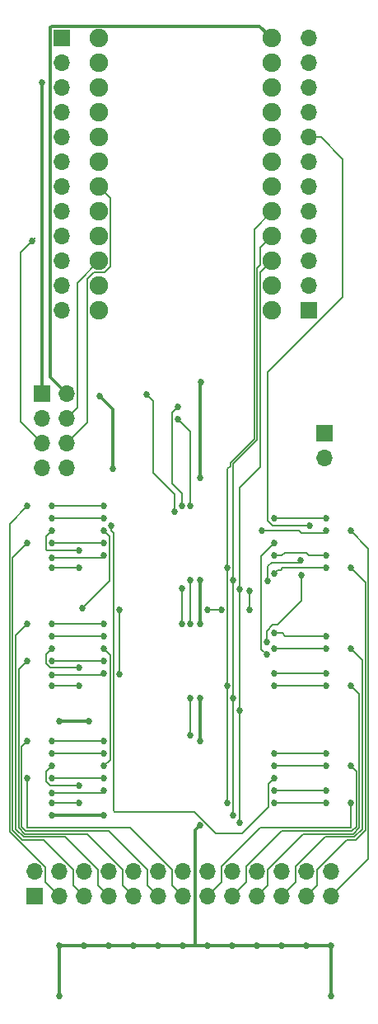
<source format=gbl>
G04 #@! TF.FileFunction,Copper,L2,Bot,Signal*
%FSLAX46Y46*%
G04 Gerber Fmt 4.6, Leading zero omitted, Abs format (unit mm)*
G04 Created by KiCad (PCBNEW 4.0.7) date Mon Mar 26 00:48:08 2018*
%MOMM*%
%LPD*%
G01*
G04 APERTURE LIST*
%ADD10C,0.100000*%
%ADD11R,1.700000X1.700000*%
%ADD12O,1.700000X1.700000*%
%ADD13C,1.900000*%
%ADD14C,0.685800*%
%ADD15C,0.304800*%
%ADD16C,0.152400*%
G04 APERTURE END LIST*
D10*
D11*
X47269400Y-61442600D03*
D12*
X47269400Y-63982600D03*
D11*
X17424400Y-108940600D03*
D12*
X17424400Y-106400600D03*
X19964400Y-108940600D03*
X19964400Y-106400600D03*
X22504400Y-108940600D03*
X22504400Y-106400600D03*
X25044400Y-108940600D03*
X25044400Y-106400600D03*
X27584400Y-108940600D03*
X27584400Y-106400600D03*
X30124400Y-108940600D03*
X30124400Y-106400600D03*
X32664400Y-108940600D03*
X32664400Y-106400600D03*
X35204400Y-108940600D03*
X35204400Y-106400600D03*
X37744400Y-108940600D03*
X37744400Y-106400600D03*
X40284400Y-108940600D03*
X40284400Y-106400600D03*
X42824400Y-108940600D03*
X42824400Y-106400600D03*
X45364400Y-108940600D03*
X45364400Y-106400600D03*
X47904400Y-108940600D03*
X47904400Y-106400600D03*
D11*
X18186400Y-57378600D03*
D12*
X20726400Y-57378600D03*
X18186400Y-59918600D03*
X20726400Y-59918600D03*
X18186400Y-62458600D03*
X20726400Y-62458600D03*
X18186400Y-64998600D03*
X20726400Y-64998600D03*
D11*
X20218400Y-20929600D03*
D12*
X20218400Y-23469600D03*
X20218400Y-26009600D03*
X20218400Y-28549600D03*
X20218400Y-31089600D03*
X20218400Y-33629600D03*
X20218400Y-36169600D03*
X20218400Y-38709600D03*
X20218400Y-41249600D03*
X20218400Y-43789600D03*
X20218400Y-46329600D03*
X20218400Y-48869600D03*
D11*
X45618400Y-48869600D03*
D12*
X45618400Y-46329600D03*
X45618400Y-43789600D03*
X45618400Y-41249600D03*
X45618400Y-38709600D03*
X45618400Y-36169600D03*
X45618400Y-33629600D03*
X45618400Y-31089600D03*
X45618400Y-28549600D03*
X45618400Y-26009600D03*
X45618400Y-23469600D03*
X45618400Y-20929600D03*
D13*
X24028400Y-20929600D03*
X24028400Y-23469600D03*
X24028400Y-26009600D03*
X24028400Y-28549600D03*
X24028400Y-31089600D03*
X24028400Y-33629600D03*
X24028400Y-36169600D03*
X24028400Y-38709600D03*
X24028400Y-41249600D03*
X24028400Y-43789600D03*
X24028400Y-46329600D03*
X24028400Y-48869600D03*
X41808400Y-20929600D03*
X41808400Y-23469600D03*
X41808400Y-26009600D03*
X41808400Y-28549600D03*
X41808400Y-31089600D03*
X41808400Y-33629600D03*
X41808400Y-36169600D03*
X41808400Y-38709600D03*
X41808400Y-41249600D03*
X41808400Y-43789600D03*
X41808400Y-46329600D03*
X41808400Y-48869600D03*
D14*
X32664400Y-114020600D03*
X34442400Y-88620600D03*
X34442400Y-76555600D03*
X34569400Y-56235600D03*
X34442400Y-66014600D03*
X34442400Y-81000600D03*
X34442400Y-93065600D03*
X19964400Y-119227600D03*
X47904400Y-119227600D03*
X34442400Y-101701600D03*
X22504400Y-114020600D03*
X25044400Y-114020600D03*
X27584400Y-114020600D03*
X30124400Y-114020600D03*
X35204400Y-114020600D03*
X37744400Y-114020600D03*
X40284400Y-114020600D03*
X42824400Y-114020600D03*
X45364400Y-114020600D03*
X47904400Y-114020600D03*
X19964400Y-114020600D03*
X24079200Y-57607200D03*
X25482802Y-65125600D03*
X18186400Y-25501600D03*
X23012400Y-91033600D03*
X19964400Y-91033600D03*
X24544702Y-100685600D03*
X19202400Y-100685600D03*
X24544702Y-68935600D03*
X19202400Y-68935600D03*
X16662400Y-68935600D03*
X24544702Y-70205600D03*
X19202400Y-70205600D03*
X24544702Y-72745600D03*
X19202400Y-72745600D03*
X16662400Y-72745600D03*
X19202400Y-74218800D03*
X24544702Y-74015600D03*
X24544702Y-81000600D03*
X19202400Y-81000600D03*
X16662400Y-81000600D03*
X24544702Y-82270600D03*
X19202400Y-82270600D03*
X24544702Y-84810600D03*
X19202400Y-84810600D03*
X16662400Y-84810600D03*
X19202400Y-86233000D03*
X24544702Y-86080600D03*
X24544702Y-93065600D03*
X19202400Y-93065600D03*
X16662400Y-93065600D03*
X24544702Y-94335600D03*
X19202400Y-94335600D03*
X24544702Y-96875600D03*
X19202400Y-96875600D03*
X16662400Y-96875600D03*
X19202400Y-98374200D03*
X24544702Y-98145600D03*
X42054098Y-99415600D03*
X47396400Y-99415600D03*
X49936400Y-99415600D03*
X42054098Y-98145600D03*
X47396400Y-98145600D03*
X42054098Y-95605600D03*
X47396400Y-95605600D03*
X49936400Y-95605600D03*
X42054098Y-94335600D03*
X47396400Y-94335600D03*
X42054098Y-87350600D03*
X47396400Y-87350600D03*
X49936400Y-87350600D03*
X42054098Y-86080600D03*
X47396400Y-86080600D03*
X42054098Y-83540600D03*
X47396400Y-83540600D03*
X49936400Y-83540600D03*
X42054122Y-81965719D03*
X47396400Y-82270600D03*
X42054097Y-75861346D03*
X47396400Y-75285600D03*
X49936400Y-75285600D03*
X42054098Y-74015600D03*
X47396400Y-74015600D03*
X40817800Y-71475600D03*
X47396400Y-71475600D03*
X49936400Y-71475600D03*
X42054098Y-70205600D03*
X47396400Y-70205600D03*
X17183100Y-41732200D03*
X38506400Y-101447600D03*
X38506400Y-77444600D03*
X38506400Y-89890600D03*
X37871400Y-76555600D03*
X37871400Y-88620600D03*
X37871400Y-100685600D03*
X37236400Y-75285600D03*
X37236400Y-87350600D03*
X37236400Y-99415600D03*
X37236400Y-99415600D03*
X45745400Y-70904100D03*
X21996400Y-97574100D03*
X19202400Y-95605600D03*
X21996400Y-99415600D03*
X19202400Y-99415600D03*
X24536400Y-83540600D03*
X24544702Y-95605600D03*
X21996400Y-85509100D03*
X19202400Y-83540600D03*
X21996400Y-87350600D03*
X19202400Y-87350600D03*
X26187400Y-86207600D03*
X44780200Y-74472800D03*
X41402000Y-76631800D03*
X39522400Y-77622400D03*
X26187400Y-79603600D03*
X35204400Y-79603600D03*
X36647100Y-79603600D03*
X39522400Y-79603600D03*
X22320799Y-79408262D03*
X24544702Y-71475600D03*
X21996400Y-73444100D03*
X19202400Y-71475600D03*
X21996400Y-75285600D03*
X19202400Y-75285600D03*
X42054098Y-96875600D03*
X25298400Y-70967600D03*
X33426400Y-88620600D03*
X33426400Y-76555600D03*
X33426400Y-81000600D03*
X32156400Y-60045600D03*
X33426400Y-68935600D03*
X33426400Y-92430600D03*
X32588200Y-77343000D03*
X32588197Y-81000600D03*
X32156400Y-58775600D03*
X32588197Y-68935600D03*
X44856400Y-76047600D03*
X41300400Y-82842100D03*
X42054098Y-72745600D03*
X41300400Y-84175600D03*
X31826200Y-69519800D03*
X28981400Y-57505600D03*
D15*
X30124400Y-114020600D02*
X32664400Y-114020600D01*
X32664400Y-114020600D02*
X33934400Y-114020600D01*
X34442400Y-90385900D02*
X34442400Y-88620600D01*
X34442400Y-81000600D02*
X34442400Y-76555600D01*
X34442400Y-66014600D02*
X34442400Y-56362600D01*
X34442400Y-56362600D02*
X34569400Y-56235600D01*
X34442400Y-93065600D02*
X34442400Y-90385900D01*
X19964400Y-119227600D02*
X19964400Y-114020600D01*
X47904400Y-119227600D02*
X47904400Y-114020600D01*
X33934400Y-114020600D02*
X35204400Y-114020600D01*
X34442400Y-101701600D02*
X33934400Y-102209600D01*
X33934400Y-102209600D02*
X33934400Y-114020600D01*
X19964400Y-114020600D02*
X22504400Y-114020600D01*
X22504400Y-114020600D02*
X25044400Y-114020600D01*
X25044400Y-114020600D02*
X27584400Y-114020600D01*
X27584400Y-114020600D02*
X30124400Y-114020600D01*
X35204400Y-114020600D02*
X37744400Y-114020600D01*
X37744400Y-114020600D02*
X40284400Y-114020600D01*
X40284400Y-114020600D02*
X42824400Y-114020600D01*
X42824400Y-114020600D02*
X45364400Y-114020600D01*
X45364400Y-114020600D02*
X47904400Y-114020600D01*
X24079200Y-57607200D02*
X25482802Y-59010802D01*
X25482802Y-59010802D02*
X25482802Y-59947204D01*
X25482802Y-59947204D02*
X25482802Y-65125600D01*
X18186400Y-57378600D02*
X18186400Y-25501600D01*
X19964400Y-91033600D02*
X23012400Y-91033600D01*
X19202400Y-100685600D02*
X24544702Y-100685600D01*
D16*
X19202400Y-68935600D02*
X24544702Y-68935600D01*
X19964400Y-108940600D02*
X18503001Y-107479201D01*
X18503001Y-107479201D02*
X18503001Y-105951531D01*
X18503001Y-105951531D02*
X14871659Y-102320189D01*
X14871659Y-102320189D02*
X14871659Y-70726341D01*
X14871659Y-70726341D02*
X16662400Y-68935600D01*
X19202400Y-70205600D02*
X24544702Y-70205600D01*
X19202400Y-72745600D02*
X24544702Y-72745600D01*
X22504400Y-108940600D02*
X21425799Y-107861999D01*
X21425799Y-107861999D02*
X21425799Y-106265669D01*
X21425799Y-106265669D02*
X18334968Y-103174838D01*
X18334968Y-103174838D02*
X16157373Y-103174837D01*
X16157373Y-103174837D02*
X15176469Y-102193933D01*
X15176469Y-102193933D02*
X15176469Y-74231531D01*
X15176469Y-74231531D02*
X16662400Y-72745600D01*
X19202400Y-74218800D02*
X24341502Y-74218800D01*
X24341502Y-74218800D02*
X24544702Y-74015600D01*
X19202400Y-81000600D02*
X24544702Y-81000600D01*
X25044400Y-108940600D02*
X23965799Y-107861999D01*
X23965799Y-107861999D02*
X23965799Y-106265669D01*
X23965799Y-106265669D02*
X20570159Y-102870029D01*
X20570159Y-102870029D02*
X16283630Y-102870028D01*
X16283630Y-102870028D02*
X15481279Y-102067677D01*
X15481279Y-102067677D02*
X15481279Y-82181721D01*
X15481279Y-82181721D02*
X16662400Y-81000600D01*
X19202400Y-82270600D02*
X24544702Y-82270600D01*
X19202400Y-84810600D02*
X24544702Y-84810600D01*
X27584400Y-108940600D02*
X26505799Y-107861999D01*
X26505799Y-107861999D02*
X26505799Y-106265669D01*
X26505799Y-106265669D02*
X22805350Y-102565220D01*
X22805350Y-102565220D02*
X16409887Y-102565219D01*
X16409887Y-102565219D02*
X15786089Y-101941421D01*
X15786089Y-101941421D02*
X15786089Y-85686911D01*
X15786089Y-85686911D02*
X16662400Y-84810600D01*
X19202400Y-86233000D02*
X24392302Y-86233000D01*
X24392302Y-86233000D02*
X24544702Y-86080600D01*
X19202400Y-93065600D02*
X24544702Y-93065600D01*
X30124400Y-108940600D02*
X29045799Y-107861999D01*
X29045799Y-106265669D02*
X25040540Y-102260410D01*
X29045799Y-107861999D02*
X29045799Y-106265669D01*
X25040540Y-102260410D02*
X16536144Y-102260410D01*
X16536144Y-102260410D02*
X16090899Y-101815165D01*
X16090899Y-101815165D02*
X16090899Y-93637101D01*
X16090899Y-93637101D02*
X16662400Y-93065600D01*
X19202400Y-94335600D02*
X24544702Y-94335600D01*
X19202400Y-96875600D02*
X24544702Y-96875600D01*
X16662400Y-101955600D02*
X16662400Y-96875600D01*
X27275730Y-101955600D02*
X16662400Y-101955600D01*
X32664400Y-108940600D02*
X31585799Y-107861999D01*
X31585799Y-107861999D02*
X31585799Y-106265669D01*
X31585799Y-106265669D02*
X27275730Y-101955600D01*
X19202400Y-98374200D02*
X24316102Y-98374200D01*
X24316102Y-98374200D02*
X24544702Y-98145600D01*
X47396400Y-99415600D02*
X42054098Y-99415600D01*
X49936400Y-101955600D02*
X49936400Y-99415600D01*
X40593070Y-101955600D02*
X49936400Y-101955600D01*
X35204400Y-108940600D02*
X36665799Y-107479201D01*
X36665799Y-107479201D02*
X36665799Y-105882871D01*
X36665799Y-105882871D02*
X40593070Y-101955600D01*
X47396400Y-98145600D02*
X42054098Y-98145600D01*
X47396400Y-95605600D02*
X42054098Y-95605600D01*
X37744400Y-108940600D02*
X39205799Y-107479201D01*
X39205799Y-107479201D02*
X39205799Y-105882871D01*
X39205799Y-105882871D02*
X42828260Y-102260410D01*
X50507901Y-96177101D02*
X49936400Y-95605600D01*
X42828260Y-102260410D02*
X50062656Y-102260410D01*
X50062656Y-102260410D02*
X50507901Y-101815165D01*
X50507901Y-101815165D02*
X50507901Y-96177101D01*
X47396400Y-94335600D02*
X42054098Y-94335600D01*
X47396400Y-87350600D02*
X42054098Y-87350600D01*
X40284400Y-108940600D02*
X41363001Y-107861999D01*
X41363001Y-107861999D02*
X41363001Y-106265669D01*
X41363001Y-106265669D02*
X45063450Y-102565220D01*
X45063450Y-102565220D02*
X50188913Y-102565219D01*
X50188913Y-102565219D02*
X50812711Y-101941421D01*
X50812711Y-101941421D02*
X50812711Y-88226911D01*
X50812711Y-88226911D02*
X49936400Y-87350600D01*
X47396400Y-86080600D02*
X42054098Y-86080600D01*
X47396400Y-83540600D02*
X42054098Y-83540600D01*
X42824400Y-108940600D02*
X44285799Y-107479201D01*
X44285799Y-107479201D02*
X44285799Y-105882871D01*
X44285799Y-105882871D02*
X47298642Y-102870028D01*
X47298642Y-102870028D02*
X50315170Y-102870028D01*
X50315170Y-102870028D02*
X51117521Y-102067677D01*
X51117521Y-102067677D02*
X51117521Y-84721721D01*
X51117521Y-84721721D02*
X49936400Y-83540600D01*
X43205400Y-82270600D02*
X42900519Y-81965719D01*
X42900519Y-81965719D02*
X42054122Y-81965719D01*
X47396400Y-82270600D02*
X43662600Y-82270600D01*
X43662600Y-82270600D02*
X43205400Y-82270600D01*
X47396400Y-75285600D02*
X42951400Y-75285600D01*
X42054097Y-75861346D02*
X42396996Y-75518447D01*
X42396996Y-75518447D02*
X42718553Y-75518447D01*
X42718553Y-75518447D02*
X42951400Y-75285600D01*
X45364400Y-108940600D02*
X46443001Y-107861999D01*
X46443001Y-107861999D02*
X46443001Y-106265669D01*
X46443001Y-106265669D02*
X49533832Y-103174838D01*
X49533832Y-103174838D02*
X50441427Y-103174837D01*
X50441427Y-103174837D02*
X51422331Y-102193933D01*
X51422331Y-102193933D02*
X51422331Y-76771531D01*
X51422331Y-76771531D02*
X49936400Y-75285600D01*
X45872400Y-74015600D02*
X45643800Y-74015600D01*
X45643800Y-74015600D02*
X45339000Y-73710800D01*
X45339000Y-73710800D02*
X43129200Y-73710800D01*
X43129200Y-73710800D02*
X42824400Y-74015600D01*
X42824400Y-74015600D02*
X42054098Y-74015600D01*
X45872400Y-74015600D02*
X45770800Y-74015600D01*
X47396400Y-74015600D02*
X45872400Y-74015600D01*
X47396400Y-71475600D02*
X47396400Y-71551800D01*
X47396400Y-71551800D02*
X47218600Y-71729600D01*
X47218600Y-71729600D02*
X44856400Y-71729600D01*
X44856400Y-71729600D02*
X44602400Y-71475600D01*
X44602400Y-71475600D02*
X42054098Y-71475600D01*
X42054098Y-71475600D02*
X40817800Y-71475600D01*
X47904400Y-108940600D02*
X51727140Y-105117860D01*
X51727140Y-105117860D02*
X51727140Y-73266340D01*
X51727140Y-73266340D02*
X49936400Y-71475600D01*
X47396400Y-70205600D02*
X42054098Y-70205600D01*
D15*
X20726400Y-57378600D02*
X19063599Y-55715799D01*
X19063599Y-55715799D02*
X19063599Y-19835759D01*
X19063599Y-19835759D02*
X19224559Y-19674799D01*
X19224559Y-19674799D02*
X40553599Y-19674799D01*
X40553599Y-19674799D02*
X41808400Y-20929600D01*
D16*
X16027400Y-42887900D02*
X17183100Y-41732200D01*
X17183100Y-41732200D02*
X17538700Y-41376600D01*
X18186400Y-62458600D02*
X16027400Y-60299600D01*
X16027400Y-60299600D02*
X16027400Y-42887900D01*
X20726400Y-62458600D02*
X22849799Y-60335201D01*
X25207001Y-37348201D02*
X24028400Y-36169600D01*
X22849799Y-60335201D02*
X22849799Y-45603201D01*
X22849799Y-45603201D02*
X23484799Y-44968201D01*
X23484799Y-44968201D02*
X24594129Y-44968201D01*
X24594129Y-44968201D02*
X25207001Y-44355329D01*
X25207001Y-44355329D02*
X25207001Y-37348201D01*
X20726400Y-59918600D02*
X21805001Y-58839999D01*
X21805001Y-58839999D02*
X21805001Y-46012999D01*
X21805001Y-46012999D02*
X24028400Y-43789600D01*
X38506400Y-89890600D02*
X38506400Y-101447600D01*
X38506400Y-77812900D02*
X38506400Y-77444600D01*
X38506400Y-77444600D02*
X38506400Y-67030600D01*
X38506400Y-67030600D02*
X40629799Y-64907201D01*
X40629799Y-64907201D02*
X40629799Y-44968201D01*
X40629799Y-44968201D02*
X41808400Y-43789600D01*
X38506400Y-89890600D02*
X38506400Y-77812900D01*
X37871400Y-76555600D02*
X37871400Y-64617600D01*
X40629799Y-44206201D02*
X40629799Y-42428201D01*
X37871400Y-64617600D02*
X40324989Y-62164011D01*
X40324989Y-62164011D02*
X40324989Y-44511011D01*
X40629799Y-42428201D02*
X41808400Y-41249600D01*
X40324989Y-44511011D02*
X40629799Y-44206201D01*
X37871400Y-76555600D02*
X37871400Y-88620600D01*
X37871400Y-100685600D02*
X37871400Y-88620600D01*
X37236400Y-75285600D02*
X37236400Y-65125600D01*
X37236400Y-65125600D02*
X37566590Y-64795410D01*
X37566590Y-64795410D02*
X37566591Y-64491343D01*
X37566591Y-64491343D02*
X40020179Y-62037755D01*
X40020179Y-62037755D02*
X40020179Y-40497821D01*
X40020179Y-40497821D02*
X41808400Y-38709600D01*
X37236400Y-87350600D02*
X37236400Y-75285600D01*
X37236400Y-99415600D02*
X37236400Y-87350600D01*
X45745400Y-70904100D02*
X41906776Y-70904100D01*
X41906776Y-70904100D02*
X41427400Y-70424724D01*
X49123601Y-33355279D02*
X46857922Y-31089600D01*
X41427400Y-70424724D02*
X41427400Y-55172082D01*
X41427400Y-55172082D02*
X49123601Y-47475881D01*
X46857922Y-31089600D02*
X45618400Y-31089600D01*
X49123601Y-47475881D02*
X49123601Y-33355279D01*
X19202400Y-95605600D02*
X18630899Y-96177101D01*
X18630899Y-96177101D02*
X18630899Y-97149921D01*
X18630899Y-97149921D02*
X19055078Y-97574100D01*
X19055078Y-97574100D02*
X21996400Y-97574100D01*
X19202400Y-99415600D02*
X21996400Y-99415600D01*
X24544702Y-95605600D02*
X25207001Y-94943301D01*
X25207001Y-94943301D02*
X25207001Y-84211201D01*
X25207001Y-84211201D02*
X24536400Y-83540600D01*
X19202400Y-83540600D02*
X18630899Y-84112101D01*
X18630899Y-84112101D02*
X18630899Y-85084921D01*
X18630899Y-85084921D02*
X19055078Y-85509100D01*
X19055078Y-85509100D02*
X21996400Y-85509100D01*
X19202400Y-87350600D02*
X21996400Y-87350600D01*
X26187400Y-79603600D02*
X26187400Y-85623400D01*
X26187400Y-86207600D02*
X26187400Y-85623400D01*
X41402000Y-76631800D02*
X41402000Y-75091876D01*
X41402000Y-75091876D02*
X41779776Y-74714100D01*
X41779776Y-74714100D02*
X44538900Y-74714100D01*
X44538900Y-74714100D02*
X44780200Y-74472800D01*
X39522400Y-77812900D02*
X39522400Y-78003400D01*
X39522400Y-78003400D02*
X39522400Y-79603600D01*
X39522400Y-77622400D02*
X39522400Y-78003400D01*
X36647100Y-79603600D02*
X35204400Y-79603600D01*
X22620761Y-79108300D02*
X22320799Y-79408262D01*
X22620761Y-79108300D02*
X25116203Y-76612858D01*
X25116203Y-76612858D02*
X25116203Y-72047101D01*
X25116203Y-72047101D02*
X24544702Y-71475600D01*
X19672300Y-73444100D02*
X18719800Y-73444100D01*
X19202400Y-71475600D02*
X18630899Y-72047101D01*
X18630899Y-72047101D02*
X18630899Y-73355199D01*
X18630899Y-73355199D02*
X18719800Y-73444100D01*
X21996400Y-73444100D02*
X19672300Y-73444100D01*
X19202400Y-75285600D02*
X21996400Y-75285600D01*
X42054098Y-96875600D02*
X41482597Y-97447101D01*
X33891222Y-100304600D02*
X25679400Y-100304600D01*
X41482597Y-97447101D02*
X41482597Y-99782326D01*
X41482597Y-99782326D02*
X38780721Y-102484202D01*
X38780721Y-102484202D02*
X36070824Y-102484202D01*
X25679400Y-100304600D02*
X25511811Y-100137011D01*
X25511811Y-71665944D02*
X25298400Y-71452533D01*
X36070824Y-102484202D02*
X33891222Y-100304600D01*
X25511811Y-100137011D02*
X25511811Y-71665944D01*
X25298400Y-71452533D02*
X25298400Y-70967600D01*
X33426400Y-90385900D02*
X33426400Y-88620600D01*
X33426400Y-77812900D02*
X33426400Y-76555600D01*
X33426400Y-81000600D02*
X33426400Y-77812900D01*
X33426400Y-68935600D02*
X33426400Y-61315600D01*
X33426400Y-61315600D02*
X32156400Y-60045600D01*
X33426400Y-92430600D02*
X33426400Y-90385900D01*
X32588197Y-77812900D02*
X32588197Y-77343003D01*
X32588197Y-77343003D02*
X32588200Y-77343000D01*
X32588197Y-81000600D02*
X32588197Y-77812900D01*
X32588197Y-67640199D02*
X31584899Y-66636901D01*
X31584899Y-66636901D02*
X31584899Y-59347101D01*
X31584899Y-59347101D02*
X32156400Y-58775600D01*
X32588197Y-68935600D02*
X32588197Y-67640199D01*
X41925924Y-81111676D02*
X41300400Y-81737200D01*
X41300400Y-81737200D02*
X41300400Y-82178476D01*
X42367200Y-81111676D02*
X44856400Y-78622476D01*
X42367200Y-81111676D02*
X41925924Y-81111676D01*
X41300400Y-82842100D02*
X41300400Y-82178476D01*
X44856400Y-78622476D02*
X44856400Y-76047600D01*
X41300400Y-84175600D02*
X40728899Y-83604099D01*
X40728899Y-83604099D02*
X40728899Y-74070799D01*
X40728899Y-74070799D02*
X42054098Y-72745600D01*
X31470595Y-67360800D02*
X29616400Y-65506605D01*
X31826200Y-67716405D02*
X31470595Y-67360800D01*
X31826200Y-69519800D02*
X31826200Y-67716405D01*
X29616400Y-65506605D02*
X29616400Y-58140600D01*
X29616400Y-58140600D02*
X28981400Y-57505600D01*
M02*

</source>
